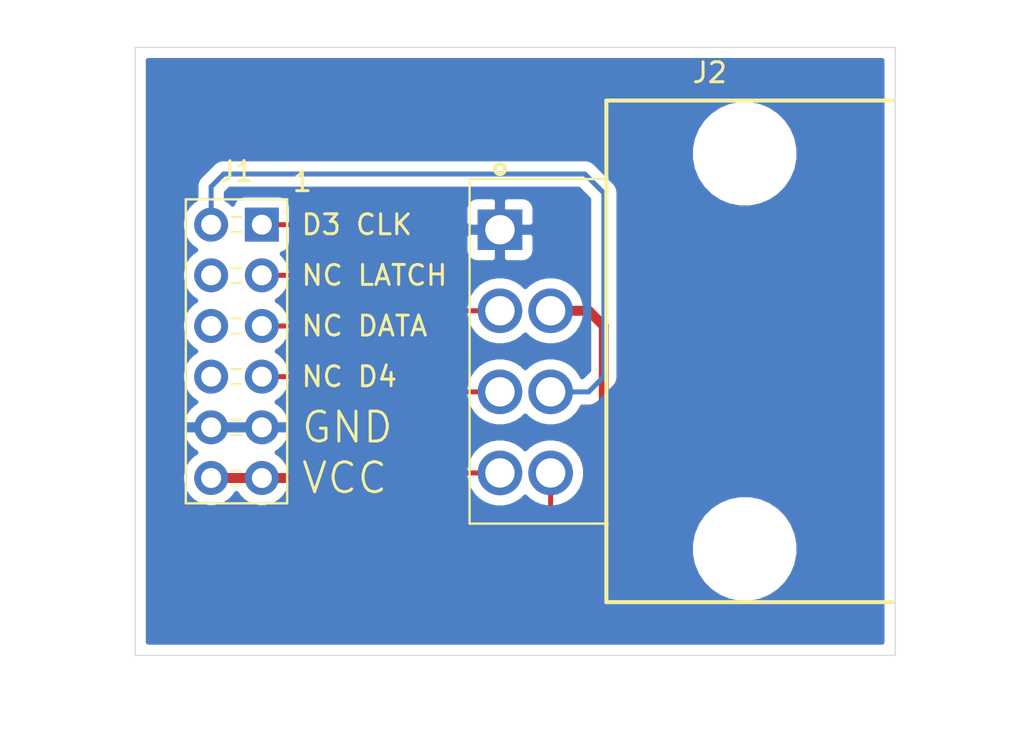
<source format=kicad_pcb>
(kicad_pcb (version 20171130) (host pcbnew "(5.1.10-1-10_14)")

  (general
    (thickness 1.6)
    (drawings 12)
    (tracks 29)
    (zones 0)
    (modules 2)
    (nets 11)
  )

  (page A4)
  (layers
    (0 F.Cu signal)
    (31 B.Cu signal)
    (32 B.Adhes user)
    (33 F.Adhes user)
    (34 B.Paste user)
    (35 F.Paste user)
    (36 B.SilkS user)
    (37 F.SilkS user)
    (38 B.Mask user)
    (39 F.Mask user)
    (40 Dwgs.User user)
    (41 Cmts.User user)
    (42 Eco1.User user)
    (43 Eco2.User user)
    (44 Edge.Cuts user)
    (45 Margin user)
    (46 B.CrtYd user)
    (47 F.CrtYd user)
    (48 B.Fab user)
    (49 F.Fab user)
  )

  (setup
    (last_trace_width 0.25)
    (trace_clearance 0.2)
    (zone_clearance 0.508)
    (zone_45_only no)
    (trace_min 0.2)
    (via_size 0.8)
    (via_drill 0.4)
    (via_min_size 0.4)
    (via_min_drill 0.3)
    (uvia_size 0.3)
    (uvia_drill 0.1)
    (uvias_allowed no)
    (uvia_min_size 0.2)
    (uvia_min_drill 0.1)
    (edge_width 0.05)
    (segment_width 0.2)
    (pcb_text_width 0.3)
    (pcb_text_size 1.5 1.5)
    (mod_edge_width 0.12)
    (mod_text_size 1 1)
    (mod_text_width 0.15)
    (pad_size 1.524 1.524)
    (pad_drill 0.762)
    (pad_to_mask_clearance 0)
    (aux_axis_origin 0 0)
    (visible_elements FFFFFF7F)
    (pcbplotparams
      (layerselection 0x010fc_ffffffff)
      (usegerberextensions false)
      (usegerberattributes true)
      (usegerberadvancedattributes true)
      (creategerberjobfile true)
      (excludeedgelayer true)
      (linewidth 0.100000)
      (plotframeref false)
      (viasonmask false)
      (mode 1)
      (useauxorigin false)
      (hpglpennumber 1)
      (hpglpenspeed 20)
      (hpglpendiameter 15.000000)
      (psnegative false)
      (psa4output false)
      (plotreference true)
      (plotvalue true)
      (plotinvisibletext false)
      (padsonsilk false)
      (subtractmaskfromsilk false)
      (outputformat 1)
      (mirror false)
      (drillshape 1)
      (scaleselection 1)
      (outputdirectory ""))
  )

  (net 0 "")
  (net 1 /CLK)
  (net 2 /LATCH)
  (net 3 /DATA)
  (net 4 /D4)
  (net 5 /GND)
  (net 6 /VCC)
  (net 7 /D3)
  (net 8 "Net-(J1-Pad8)")
  (net 9 "Net-(J1-Pad9)")
  (net 10 "Net-(J1-Pad10)")

  (net_class Default "This is the default net class."
    (clearance 0.2)
    (trace_width 0.25)
    (via_dia 0.8)
    (via_drill 0.4)
    (uvia_dia 0.3)
    (uvia_drill 0.1)
    (add_net /CLK)
    (add_net /D3)
    (add_net /D4)
    (add_net /DATA)
    (add_net /GND)
    (add_net /LATCH)
    (add_net "Net-(J1-Pad10)")
    (add_net "Net-(J1-Pad8)")
    (add_net "Net-(J1-Pad9)")
  )

  (net_class Power ""
    (clearance 0.2)
    (trace_width 0.5)
    (via_dia 0.8)
    (via_drill 0.4)
    (uvia_dia 0.3)
    (uvia_drill 0.1)
    (add_net /VCC)
  )

  (module Connector_NES:NES_Port_Male_Horizontal (layer F.Cu) (tedit 60E36635) (tstamp 60F7AD98)
    (at 125.476 94.615 180)
    (path /60F66336)
    (fp_text reference J2 (at -11.2776 13.97) (layer F.SilkS)
      (effects (font (size 1 1) (thickness 0.15)))
    )
    (fp_text value NES_Port_Male (at -10.4394 16.764) (layer F.Fab)
      (effects (font (size 1 1) (thickness 0.15)))
    )
    (fp_circle (center -0.762 9.144) (end -0.508 9.144) (layer F.SilkS) (width 0.2032))
    (fp_line (start 0.762 8.636) (end -6.1595 8.636) (layer F.SilkS) (width 0.12))
    (fp_line (start 0.762 -8.636) (end 0.762 8.636) (layer F.SilkS) (width 0.12))
    (fp_line (start -6.1595 -8.636) (end 0.762 -8.636) (layer F.SilkS) (width 0.12))
    (fp_line (start -6.096 12.573) (end -20.447 12.573) (layer F.SilkS) (width 0.2032))
    (fp_line (start -6.096 -12.573) (end -6.096 12.573) (layer F.SilkS) (width 0.2032))
    (fp_line (start 0 -8.001) (end 0 8.001) (layer F.Fab) (width 0.12))
    (fp_line (start -6.223 8.001) (end 0 8.001) (layer F.Fab) (width 0.12))
    (fp_line (start -6.223 -8.001) (end 0 -8.001) (layer F.Fab) (width 0.12))
    (fp_line (start -6.2484 12.446) (end -20.4724 12.446) (layer F.Fab) (width 0.1016))
    (fp_line (start -20.447 -12.573) (end -6.096 -12.573) (layer F.SilkS) (width 0.2032))
    (fp_line (start -20.4724 -12.446) (end -20.4724 12.446) (layer F.Fab) (width 0.1016))
    (fp_line (start -6.2484 -12.446) (end -6.2484 12.446) (layer F.Fab) (width 0.1016))
    (fp_line (start -17.4752 -12.446) (end -17.4752 -14.859) (layer F.Fab) (width 0.1016))
    (fp_line (start -17.4752 -14.859) (end -15.2146 -14.859) (layer F.Fab) (width 0.1016))
    (fp_line (start -15.2146 -14.859) (end -15.2146 -12.446) (layer F.Fab) (width 0.1016))
    (fp_line (start -15.2146 14.859) (end -15.2146 12.446) (layer F.Fab) (width 0.1016))
    (fp_line (start -17.4752 12.446) (end -17.4752 14.859) (layer F.Fab) (width 0.1016))
    (fp_line (start -17.4752 14.859) (end -15.2146 14.859) (layer F.Fab) (width 0.1016))
    (fp_line (start -20.4724 -12.446) (end -6.2484 -12.446) (layer F.Fab) (width 0.1016))
    (pad 4 thru_hole circle (at -0.762 -6.096 180) (size 2.2352 2.2352) (drill 1.4732) (layers *.Cu *.Mask)
      (net 3 /DATA))
    (pad 3 thru_hole circle (at -0.762 -2.032 180) (size 2.2352 2.2352) (drill 1.4732) (layers *.Cu *.Mask)
      (net 2 /LATCH))
    (pad 2 thru_hole circle (at -0.762 2.032 180) (size 2.2352 2.2352) (drill 1.4732) (layers *.Cu *.Mask)
      (net 1 /CLK))
    (pad 1 thru_hole rect (at -0.762 6.096 180) (size 2.2352 2.032) (drill 1.4732) (layers *.Cu *.Mask)
      (net 5 /GND))
    (pad 5 thru_hole circle (at -3.302 -6.096 180) (size 2.2352 2.2352) (drill 1.4732) (layers *.Cu *.Mask)
      (net 4 /D4))
    (pad 7 thru_hole circle (at -3.302 2.032 180) (size 2.2352 2.2352) (drill 1.4732) (layers *.Cu *.Mask)
      (net 6 /VCC))
    (pad 6 thru_hole circle (at -3.302 -2.032 180) (size 2.2352 2.2352) (drill 1.4732) (layers *.Cu *.Mask)
      (net 7 /D3))
    (pad "" np_thru_hole circle (at -13.0302 -9.906 180) (size 4.1656 4.1656) (drill 4.1656) (layers *.Cu *.Mask))
    (pad "" np_thru_hole circle (at -13.0302 9.906 180) (size 4.1656 4.1656) (drill 4.1656) (layers *.Cu *.Mask))
  )

  (module Connector_Pmod:PinHeader_2x06_P2.54mm_Pmod_Peripheral (layer F.Cu) (tedit 60F73DD7) (tstamp 60F9BB81)
    (at 114.3 100.965)
    (descr "Through hole angled pin header, 2x06, 2.54mm pitch, 6mm pin length, double rows for Pmod peripheral")
    (tags "Through hole angled pin header THT 2x06 2.54mm double row Pmod")
    (path /60F6C20D)
    (fp_text reference J1 (at -1.27 -15.367) (layer F.SilkS)
      (effects (font (size 1 1) (thickness 0.15)))
    )
    (fp_text value Conn_02x06_Top_Bottom (at -1.27 3.175) (layer F.Fab)
      (effects (font (size 1 1) (thickness 0.15)))
    )
    (fp_line (start -3.81 1.27) (end -3.81 -13.97) (layer F.SilkS) (width 0.12))
    (fp_line (start 1.27 1.27) (end -3.81 1.27) (layer F.SilkS) (width 0.12))
    (fp_line (start -4.675 1.27) (end -6.58 1.27) (layer F.Fab) (width 0.1))
    (fp_line (start -6.58 1.27) (end -6.58 -13.97) (layer F.Fab) (width 0.1))
    (fp_line (start -6.58 -13.97) (end -4.04 -13.97) (layer F.Fab) (width 0.1))
    (fp_line (start -4.04 -13.97) (end -4.04 0.635) (layer F.Fab) (width 0.1))
    (fp_line (start -4.04 0.635) (end -4.675 1.27) (layer F.Fab) (width 0.1))
    (fp_line (start 0.32 0.32) (end -4.04 0.32) (layer F.Fab) (width 0.1))
    (fp_line (start 0.32 0.32) (end 0.32 -0.32) (layer F.Fab) (width 0.1))
    (fp_line (start 0.32 -0.32) (end -4.04 -0.32) (layer F.Fab) (width 0.1))
    (fp_line (start -6.58 0.32) (end -12.58 0.32) (layer F.Fab) (width 0.1))
    (fp_line (start -12.58 0.32) (end -12.58 -0.32) (layer F.Fab) (width 0.1))
    (fp_line (start -6.58 -0.32) (end -12.58 -0.32) (layer F.Fab) (width 0.1))
    (fp_line (start 0.32 -2.22) (end -4.04 -2.22) (layer F.Fab) (width 0.1))
    (fp_line (start 0.32 -2.22) (end 0.32 -2.86) (layer F.Fab) (width 0.1))
    (fp_line (start 0.32 -2.86) (end -4.04 -2.86) (layer F.Fab) (width 0.1))
    (fp_line (start -6.58 -2.22) (end -12.58 -2.22) (layer F.Fab) (width 0.1))
    (fp_line (start -12.58 -2.22) (end -12.58 -2.86) (layer F.Fab) (width 0.1))
    (fp_line (start -6.58 -2.86) (end -12.58 -2.86) (layer F.Fab) (width 0.1))
    (fp_line (start 0.32 -4.76) (end -4.04 -4.76) (layer F.Fab) (width 0.1))
    (fp_line (start 0.32 -4.76) (end 0.32 -5.4) (layer F.Fab) (width 0.1))
    (fp_line (start 0.32 -5.4) (end -4.04 -5.4) (layer F.Fab) (width 0.1))
    (fp_line (start -6.58 -4.76) (end -12.58 -4.76) (layer F.Fab) (width 0.1))
    (fp_line (start -12.58 -4.76) (end -12.58 -5.4) (layer F.Fab) (width 0.1))
    (fp_line (start -6.58 -5.4) (end -12.58 -5.4) (layer F.Fab) (width 0.1))
    (fp_line (start 0.32 -7.3) (end -4.04 -7.3) (layer F.Fab) (width 0.1))
    (fp_line (start 0.32 -7.3) (end 0.32 -7.94) (layer F.Fab) (width 0.1))
    (fp_line (start 0.32 -7.94) (end -4.04 -7.94) (layer F.Fab) (width 0.1))
    (fp_line (start -6.58 -7.3) (end -12.58 -7.3) (layer F.Fab) (width 0.1))
    (fp_line (start -12.58 -7.3) (end -12.58 -7.94) (layer F.Fab) (width 0.1))
    (fp_line (start -6.58 -7.94) (end -12.58 -7.94) (layer F.Fab) (width 0.1))
    (fp_line (start 0.32 -9.84) (end -4.04 -9.84) (layer F.Fab) (width 0.1))
    (fp_line (start 0.32 -9.84) (end 0.32 -10.48) (layer F.Fab) (width 0.1))
    (fp_line (start 0.32 -10.48) (end -4.04 -10.48) (layer F.Fab) (width 0.1))
    (fp_line (start -6.58 -9.84) (end -12.58 -9.84) (layer F.Fab) (width 0.1))
    (fp_line (start -12.58 -9.84) (end -12.58 -10.48) (layer F.Fab) (width 0.1))
    (fp_line (start -6.58 -10.48) (end -12.58 -10.48) (layer F.Fab) (width 0.1))
    (fp_line (start 0.32 -12.38) (end -4.04 -12.38) (layer F.Fab) (width 0.1))
    (fp_line (start 0.32 -12.38) (end 0.32 -13.02) (layer F.Fab) (width 0.1))
    (fp_line (start 0.32 -13.02) (end -4.04 -13.02) (layer F.Fab) (width 0.1))
    (fp_line (start -6.58 -12.38) (end -12.58 -12.38) (layer F.Fab) (width 0.1))
    (fp_line (start -12.58 -12.38) (end -12.58 -13.02) (layer F.Fab) (width 0.1))
    (fp_line (start -6.58 -13.02) (end -12.58 -13.02) (layer F.Fab) (width 0.1))
    (fp_line (start -1.11 0.38) (end -1.497071 0.38) (layer F.SilkS) (width 0.12))
    (fp_line (start -1.11 -0.38) (end -1.497071 -0.38) (layer F.SilkS) (width 0.12))
    (fp_line (start -1.042929 -2.16) (end -1.497071 -2.16) (layer F.SilkS) (width 0.12))
    (fp_line (start -1.042929 -2.92) (end -1.497071 -2.92) (layer F.SilkS) (width 0.12))
    (fp_line (start -1.042929 -4.7) (end -1.497071 -4.7) (layer F.SilkS) (width 0.12))
    (fp_line (start -1.042929 -5.46) (end -1.497071 -5.46) (layer F.SilkS) (width 0.12))
    (fp_line (start -1.042929 -7.24) (end -1.497071 -7.24) (layer F.SilkS) (width 0.12))
    (fp_line (start -1.042929 -8) (end -1.497071 -8) (layer F.SilkS) (width 0.12))
    (fp_line (start -1.042929 -9.78) (end -1.497071 -9.78) (layer F.SilkS) (width 0.12))
    (fp_line (start -1.042929 -10.54) (end -1.497071 -10.54) (layer F.SilkS) (width 0.12))
    (fp_line (start -1.042929 -12.32) (end -1.497071 -12.32) (layer F.SilkS) (width 0.12))
    (fp_line (start -1.042929 -13.08) (end -1.497071 -13.08) (layer F.SilkS) (width 0.12))
    (fp_line (start -3.81 -13.97) (end 1.27 -13.97) (layer F.SilkS) (width 0.12))
    (fp_line (start 1.27 -13.97) (end 1.27 1.27) (layer F.SilkS) (width 0.12))
    (fp_line (start 1.8 1.8) (end 1.8 -14.5) (layer F.CrtYd) (width 0.05))
    (fp_line (start 1.8 -14.5) (end -13.1 -14.5) (layer F.CrtYd) (width 0.05))
    (fp_line (start -13.1 -14.5) (end -13.1 1.8) (layer F.CrtYd) (width 0.05))
    (fp_line (start -13.1 1.8) (end 1.8 1.8) (layer F.CrtYd) (width 0.05))
    (fp_text user %R (at -5.31 -6.35 270) (layer F.Fab)
      (effects (font (size 1 1) (thickness 0.15)))
    )
    (fp_text user 1 (at 2.032 -14.859) (layer F.SilkS)
      (effects (font (size 1 1) (thickness 0.15)))
    )
    (pad 6 thru_hole oval (at 0 0 180) (size 1.7 1.7) (drill 1) (layers *.Cu *.Mask)
      (net 6 /VCC))
    (pad 12 thru_hole oval (at -2.54 0 180) (size 1.7 1.7) (drill 1) (layers *.Cu *.Mask)
      (net 6 /VCC))
    (pad 5 thru_hole oval (at 0 -2.54 180) (size 1.7 1.7) (drill 1) (layers *.Cu *.Mask)
      (net 5 /GND))
    (pad 11 thru_hole oval (at -2.54 -2.54 180) (size 1.7 1.7) (drill 1) (layers *.Cu *.Mask)
      (net 5 /GND))
    (pad 4 thru_hole oval (at 0 -5.08 180) (size 1.7 1.7) (drill 1) (layers *.Cu *.Mask)
      (net 4 /D4))
    (pad 10 thru_hole oval (at -2.54 -5.08 180) (size 1.7 1.7) (drill 1) (layers *.Cu *.Mask)
      (net 10 "Net-(J1-Pad10)"))
    (pad 3 thru_hole oval (at 0 -7.62 180) (size 1.7 1.7) (drill 1) (layers *.Cu *.Mask)
      (net 3 /DATA))
    (pad 9 thru_hole oval (at -2.54 -7.62 180) (size 1.7 1.7) (drill 1) (layers *.Cu *.Mask)
      (net 9 "Net-(J1-Pad9)"))
    (pad 2 thru_hole oval (at 0 -10.16 180) (size 1.7 1.7) (drill 1) (layers *.Cu *.Mask)
      (net 2 /LATCH))
    (pad 8 thru_hole oval (at -2.54 -10.16 180) (size 1.7 1.7) (drill 1) (layers *.Cu *.Mask)
      (net 8 "Net-(J1-Pad8)"))
    (pad 1 thru_hole rect (at 0 -12.7 180) (size 1.7 1.7) (drill 1) (layers *.Cu *.Mask)
      (net 1 /CLK))
    (pad 7 thru_hole oval (at -2.54 -12.7 180) (size 1.7 1.7) (drill 1) (layers *.Cu *.Mask)
      (net 7 /D3))
    (model ${KISYS3DMOD}/Connector_PinHeader_2.54mm.3dshapes/PinHeader_2x06_P2.54mm_Horizontal.wrl
      (at (xyz 0 0 0))
      (scale (xyz 1 1 1))
      (rotate (xyz 0 0 180))
    )
  )

  (gr_text "D3 CLK" (at 116.205 88.265) (layer F.SilkS)
    (effects (font (size 1 1) (thickness 0.15)) (justify left))
  )
  (gr_text "NC LATCH" (at 116.205 90.805) (layer F.SilkS)
    (effects (font (size 1 1) (thickness 0.15)) (justify left))
  )
  (gr_text "NC DATA" (at 116.205 93.345) (layer F.SilkS)
    (effects (font (size 1 1) (thickness 0.15)) (justify left))
  )
  (gr_text "NC D4" (at 116.205 95.885) (layer F.SilkS)
    (effects (font (size 1 1) (thickness 0.15)) (justify left))
  )
  (gr_text VCC (at 116.205 100.965) (layer F.SilkS)
    (effects (font (size 1.5 1.5) (thickness 0.15)) (justify left))
  )
  (gr_text GND (at 116.205 98.425) (layer F.SilkS)
    (effects (font (size 1.5 1.5) (thickness 0.15)) (justify left))
  )
  (dimension 38.1 (width 0.12) (layer Dwgs.User)
    (gr_text "1.5000 in" (at 127 114.935) (layer Dwgs.User)
      (effects (font (size 1 1) (thickness 0.15)))
    )
    (feature1 (pts (xy 146.05 111.125) (xy 146.05 114.251421)))
    (feature2 (pts (xy 107.95 111.125) (xy 107.95 114.251421)))
    (crossbar (pts (xy 107.95 113.665) (xy 146.05 113.665)))
    (arrow1a (pts (xy 146.05 113.665) (xy 144.923496 114.251421)))
    (arrow1b (pts (xy 146.05 113.665) (xy 144.923496 113.078579)))
    (arrow2a (pts (xy 107.95 113.665) (xy 109.076504 114.251421)))
    (arrow2b (pts (xy 107.95 113.665) (xy 109.076504 113.078579)))
  )
  (dimension 30.48 (width 0.12) (layer Dwgs.User)
    (gr_text "1.2000 in" (at 151.13 94.615 270) (layer Dwgs.User)
      (effects (font (size 1 1) (thickness 0.15)))
    )
    (feature1 (pts (xy 147.32 109.855) (xy 150.446421 109.855)))
    (feature2 (pts (xy 147.32 79.375) (xy 150.446421 79.375)))
    (crossbar (pts (xy 149.86 79.375) (xy 149.86 109.855)))
    (arrow1a (pts (xy 149.86 109.855) (xy 149.273579 108.728496)))
    (arrow1b (pts (xy 149.86 109.855) (xy 150.446421 108.728496)))
    (arrow2a (pts (xy 149.86 79.375) (xy 149.273579 80.501504)))
    (arrow2b (pts (xy 149.86 79.375) (xy 150.446421 80.501504)))
  )
  (gr_line (start 146.05 79.375) (end 107.95 79.375) (layer Edge.Cuts) (width 0.05))
  (gr_line (start 146.05 109.855) (end 146.05 79.375) (layer Edge.Cuts) (width 0.05))
  (gr_line (start 107.95 109.855) (end 146.05 109.855) (layer Edge.Cuts) (width 0.05))
  (gr_line (start 107.95 79.375) (end 107.95 109.855) (layer Edge.Cuts) (width 0.05))

  (segment (start 118.90375 88.265) (end 114.3 88.265) (width 0.25) (layer F.Cu) (net 1) (status 20))
  (segment (start 123.22175 92.583) (end 118.90375 88.265) (width 0.25) (layer F.Cu) (net 1))
  (segment (start 126.238 92.583) (end 123.22175 92.583) (width 0.25) (layer F.Cu) (net 1) (status 10))
  (segment (start 117.475 90.805) (end 114.3 90.805) (width 0.25) (layer F.Cu) (net 2))
  (segment (start 123.317 96.647) (end 117.475 90.805) (width 0.25) (layer F.Cu) (net 2))
  (segment (start 126.238 96.647) (end 123.317 96.647) (width 0.25) (layer F.Cu) (net 2))
  (segment (start 126.238 100.711) (end 123.98375 100.711) (width 0.25) (layer F.Cu) (net 3))
  (segment (start 123.98375 100.711) (end 116.61775 93.345) (width 0.25) (layer F.Cu) (net 3))
  (segment (start 116.61775 93.345) (end 114.3 93.345) (width 0.25) (layer F.Cu) (net 3))
  (segment (start 128.778 102.362) (end 128.778 100.711) (width 0.25) (layer F.Cu) (net 4) (status 20))
  (segment (start 123.19 102.87) (end 128.27 102.87) (width 0.25) (layer F.Cu) (net 4))
  (segment (start 128.27 102.87) (end 128.778 102.362) (width 0.25) (layer F.Cu) (net 4))
  (segment (start 116.205 95.885) (end 123.19 102.87) (width 0.25) (layer F.Cu) (net 4))
  (segment (start 114.3 95.885) (end 116.205 95.885) (width 0.25) (layer F.Cu) (net 4) (status 10))
  (segment (start 111.76 100.965) (end 114.3 100.965) (width 0.5) (layer F.Cu) (net 6) (status 30))
  (segment (start 131.445 93.345) (end 130.683 92.583) (width 0.5) (layer F.Cu) (net 6))
  (segment (start 131.445 102.87) (end 131.445 93.345) (width 0.5) (layer F.Cu) (net 6))
  (segment (start 130.683 92.583) (end 128.778 92.583) (width 0.5) (layer F.Cu) (net 6))
  (segment (start 130.175 104.14) (end 131.445 102.87) (width 0.5) (layer F.Cu) (net 6))
  (segment (start 121.92 104.14) (end 130.175 104.14) (width 0.5) (layer F.Cu) (net 6))
  (segment (start 118.745 100.965) (end 121.92 104.14) (width 0.5) (layer F.Cu) (net 6))
  (segment (start 114.3 100.965) (end 118.745 100.965) (width 0.5) (layer F.Cu) (net 6))
  (segment (start 130.683 96.647) (end 128.778 96.647) (width 0.25) (layer B.Cu) (net 7))
  (segment (start 130.4925 85.725) (end 131.445 86.6775) (width 0.25) (layer B.Cu) (net 7))
  (segment (start 131.445 86.6775) (end 131.445 95.885) (width 0.25) (layer B.Cu) (net 7))
  (segment (start 111.76 86.36) (end 112.395 85.725) (width 0.25) (layer B.Cu) (net 7))
  (segment (start 112.395 85.725) (end 130.4925 85.725) (width 0.25) (layer B.Cu) (net 7))
  (segment (start 131.445 95.885) (end 130.683 96.647) (width 0.25) (layer B.Cu) (net 7))
  (segment (start 111.76 88.265) (end 111.76 86.36) (width 0.25) (layer B.Cu) (net 7))

  (zone (net 5) (net_name /GND) (layer B.Cu) (tstamp 60F6DE23) (hatch edge 0.508)
    (connect_pads (clearance 0.508))
    (min_thickness 0.254)
    (fill yes (arc_segments 32) (thermal_gap 0.508) (thermal_bridge_width 0.508))
    (polygon
      (pts
        (xy 146.685 110.49) (xy 107.315 110.49) (xy 107.315 78.74) (xy 146.685 78.74)
      )
    )
    (filled_polygon
      (pts
        (xy 145.39 109.195) (xy 108.61 109.195) (xy 108.61 104.25332) (xy 135.7884 104.25332) (xy 135.7884 104.78868)
        (xy 135.892844 105.313753) (xy 136.097717 105.808361) (xy 136.395147 106.253496) (xy 136.773704 106.632053) (xy 137.218839 106.929483)
        (xy 137.713447 107.134356) (xy 138.23852 107.2388) (xy 138.77388 107.2388) (xy 139.298953 107.134356) (xy 139.793561 106.929483)
        (xy 140.238696 106.632053) (xy 140.617253 106.253496) (xy 140.914683 105.808361) (xy 141.119556 105.313753) (xy 141.224 104.78868)
        (xy 141.224 104.25332) (xy 141.119556 103.728247) (xy 140.914683 103.233639) (xy 140.617253 102.788504) (xy 140.238696 102.409947)
        (xy 139.793561 102.112517) (xy 139.298953 101.907644) (xy 138.77388 101.8032) (xy 138.23852 101.8032) (xy 137.713447 101.907644)
        (xy 137.218839 102.112517) (xy 136.773704 102.409947) (xy 136.395147 102.788504) (xy 136.097717 103.233639) (xy 135.892844 103.728247)
        (xy 135.7884 104.25332) (xy 108.61 104.25332) (xy 108.61 100.81874) (xy 110.275 100.81874) (xy 110.275 101.11126)
        (xy 110.332068 101.398158) (xy 110.44401 101.668411) (xy 110.606525 101.911632) (xy 110.813368 102.118475) (xy 111.056589 102.28099)
        (xy 111.326842 102.392932) (xy 111.61374 102.45) (xy 111.90626 102.45) (xy 112.193158 102.392932) (xy 112.463411 102.28099)
        (xy 112.706632 102.118475) (xy 112.913475 101.911632) (xy 113.03 101.73724) (xy 113.146525 101.911632) (xy 113.353368 102.118475)
        (xy 113.596589 102.28099) (xy 113.866842 102.392932) (xy 114.15374 102.45) (xy 114.44626 102.45) (xy 114.733158 102.392932)
        (xy 115.003411 102.28099) (xy 115.246632 102.118475) (xy 115.453475 101.911632) (xy 115.61599 101.668411) (xy 115.727932 101.398158)
        (xy 115.785 101.11126) (xy 115.785 100.81874) (xy 115.729234 100.538384) (xy 124.4854 100.538384) (xy 124.4854 100.883616)
        (xy 124.552752 101.222215) (xy 124.684866 101.541167) (xy 124.876667 101.828217) (xy 125.120783 102.072333) (xy 125.407833 102.264134)
        (xy 125.726785 102.396248) (xy 126.065384 102.4636) (xy 126.410616 102.4636) (xy 126.749215 102.396248) (xy 127.068167 102.264134)
        (xy 127.355217 102.072333) (xy 127.508 101.91955) (xy 127.660783 102.072333) (xy 127.947833 102.264134) (xy 128.266785 102.396248)
        (xy 128.605384 102.4636) (xy 128.950616 102.4636) (xy 129.289215 102.396248) (xy 129.608167 102.264134) (xy 129.895217 102.072333)
        (xy 130.139333 101.828217) (xy 130.331134 101.541167) (xy 130.463248 101.222215) (xy 130.5306 100.883616) (xy 130.5306 100.538384)
        (xy 130.463248 100.199785) (xy 130.331134 99.880833) (xy 130.139333 99.593783) (xy 129.895217 99.349667) (xy 129.608167 99.157866)
        (xy 129.289215 99.025752) (xy 128.950616 98.9584) (xy 128.605384 98.9584) (xy 128.266785 99.025752) (xy 127.947833 99.157866)
        (xy 127.660783 99.349667) (xy 127.508 99.50245) (xy 127.355217 99.349667) (xy 127.068167 99.157866) (xy 126.749215 99.025752)
        (xy 126.410616 98.9584) (xy 126.065384 98.9584) (xy 125.726785 99.025752) (xy 125.407833 99.157866) (xy 125.120783 99.349667)
        (xy 124.876667 99.593783) (xy 124.684866 99.880833) (xy 124.552752 100.199785) (xy 124.4854 100.538384) (xy 115.729234 100.538384)
        (xy 115.727932 100.531842) (xy 115.61599 100.261589) (xy 115.453475 100.018368) (xy 115.246632 99.811525) (xy 115.064466 99.689805)
        (xy 115.181355 99.620178) (xy 115.397588 99.425269) (xy 115.571641 99.19192) (xy 115.696825 98.929099) (xy 115.741476 98.78189)
        (xy 115.620155 98.552) (xy 114.427 98.552) (xy 114.427 98.572) (xy 114.173 98.572) (xy 114.173 98.552)
        (xy 111.887 98.552) (xy 111.887 98.572) (xy 111.633 98.572) (xy 111.633 98.552) (xy 110.439845 98.552)
        (xy 110.318524 98.78189) (xy 110.363175 98.929099) (xy 110.488359 99.19192) (xy 110.662412 99.425269) (xy 110.878645 99.620178)
        (xy 110.995534 99.689805) (xy 110.813368 99.811525) (xy 110.606525 100.018368) (xy 110.44401 100.261589) (xy 110.332068 100.531842)
        (xy 110.275 100.81874) (xy 108.61 100.81874) (xy 108.61 88.11874) (xy 110.275 88.11874) (xy 110.275 88.41126)
        (xy 110.332068 88.698158) (xy 110.44401 88.968411) (xy 110.606525 89.211632) (xy 110.813368 89.418475) (xy 110.98776 89.535)
        (xy 110.813368 89.651525) (xy 110.606525 89.858368) (xy 110.44401 90.101589) (xy 110.332068 90.371842) (xy 110.275 90.65874)
        (xy 110.275 90.95126) (xy 110.332068 91.238158) (xy 110.44401 91.508411) (xy 110.606525 91.751632) (xy 110.813368 91.958475)
        (xy 110.98776 92.075) (xy 110.813368 92.191525) (xy 110.606525 92.398368) (xy 110.44401 92.641589) (xy 110.332068 92.911842)
        (xy 110.275 93.19874) (xy 110.275 93.49126) (xy 110.332068 93.778158) (xy 110.44401 94.048411) (xy 110.606525 94.291632)
        (xy 110.813368 94.498475) (xy 110.98776 94.615) (xy 110.813368 94.731525) (xy 110.606525 94.938368) (xy 110.44401 95.181589)
        (xy 110.332068 95.451842) (xy 110.275 95.73874) (xy 110.275 96.03126) (xy 110.332068 96.318158) (xy 110.44401 96.588411)
        (xy 110.606525 96.831632) (xy 110.813368 97.038475) (xy 110.995534 97.160195) (xy 110.878645 97.229822) (xy 110.662412 97.424731)
        (xy 110.488359 97.65808) (xy 110.363175 97.920901) (xy 110.318524 98.06811) (xy 110.439845 98.298) (xy 111.633 98.298)
        (xy 111.633 98.278) (xy 111.887 98.278) (xy 111.887 98.298) (xy 114.173 98.298) (xy 114.173 98.278)
        (xy 114.427 98.278) (xy 114.427 98.298) (xy 115.620155 98.298) (xy 115.741476 98.06811) (xy 115.696825 97.920901)
        (xy 115.571641 97.65808) (xy 115.397588 97.424731) (xy 115.181355 97.229822) (xy 115.064466 97.160195) (xy 115.246632 97.038475)
        (xy 115.453475 96.831632) (xy 115.61599 96.588411) (xy 115.727932 96.318158) (xy 115.785 96.03126) (xy 115.785 95.73874)
        (xy 115.727932 95.451842) (xy 115.61599 95.181589) (xy 115.453475 94.938368) (xy 115.246632 94.731525) (xy 115.07224 94.615)
        (xy 115.246632 94.498475) (xy 115.453475 94.291632) (xy 115.61599 94.048411) (xy 115.727932 93.778158) (xy 115.785 93.49126)
        (xy 115.785 93.19874) (xy 115.727932 92.911842) (xy 115.61599 92.641589) (xy 115.461504 92.410384) (xy 124.4854 92.410384)
        (xy 124.4854 92.755616) (xy 124.552752 93.094215) (xy 124.684866 93.413167) (xy 124.876667 93.700217) (xy 125.120783 93.944333)
        (xy 125.407833 94.136134) (xy 125.726785 94.268248) (xy 126.065384 94.3356) (xy 126.410616 94.3356) (xy 126.749215 94.268248)
        (xy 127.068167 94.136134) (xy 127.355217 93.944333) (xy 127.508 93.79155) (xy 127.660783 93.944333) (xy 127.947833 94.136134)
        (xy 128.266785 94.268248) (xy 128.605384 94.3356) (xy 128.950616 94.3356) (xy 129.289215 94.268248) (xy 129.608167 94.136134)
        (xy 129.895217 93.944333) (xy 130.139333 93.700217) (xy 130.331134 93.413167) (xy 130.463248 93.094215) (xy 130.5306 92.755616)
        (xy 130.5306 92.410384) (xy 130.463248 92.071785) (xy 130.331134 91.752833) (xy 130.139333 91.465783) (xy 129.895217 91.221667)
        (xy 129.608167 91.029866) (xy 129.289215 90.897752) (xy 128.950616 90.8304) (xy 128.605384 90.8304) (xy 128.266785 90.897752)
        (xy 127.947833 91.029866) (xy 127.660783 91.221667) (xy 127.508 91.37445) (xy 127.355217 91.221667) (xy 127.068167 91.029866)
        (xy 126.749215 90.897752) (xy 126.410616 90.8304) (xy 126.065384 90.8304) (xy 125.726785 90.897752) (xy 125.407833 91.029866)
        (xy 125.120783 91.221667) (xy 124.876667 91.465783) (xy 124.684866 91.752833) (xy 124.552752 92.071785) (xy 124.4854 92.410384)
        (xy 115.461504 92.410384) (xy 115.453475 92.398368) (xy 115.246632 92.191525) (xy 115.07224 92.075) (xy 115.246632 91.958475)
        (xy 115.453475 91.751632) (xy 115.61599 91.508411) (xy 115.727932 91.238158) (xy 115.785 90.95126) (xy 115.785 90.65874)
        (xy 115.727932 90.371842) (xy 115.61599 90.101589) (xy 115.453475 89.858368) (xy 115.32162 89.726513) (xy 115.39418 89.704502)
        (xy 115.504494 89.645537) (xy 115.601185 89.566185) (xy 115.626777 89.535) (xy 124.482328 89.535) (xy 124.494588 89.659482)
        (xy 124.530898 89.77918) (xy 124.589863 89.889494) (xy 124.669215 89.986185) (xy 124.765906 90.065537) (xy 124.87622 90.124502)
        (xy 124.995918 90.160812) (xy 125.1204 90.173072) (xy 125.95225 90.17) (xy 126.111 90.01125) (xy 126.111 88.646)
        (xy 126.365 88.646) (xy 126.365 90.01125) (xy 126.52375 90.17) (xy 127.3556 90.173072) (xy 127.480082 90.160812)
        (xy 127.59978 90.124502) (xy 127.710094 90.065537) (xy 127.806785 89.986185) (xy 127.886137 89.889494) (xy 127.945102 89.77918)
        (xy 127.981412 89.659482) (xy 127.993672 89.535) (xy 127.9906 88.80475) (xy 127.83185 88.646) (xy 126.365 88.646)
        (xy 126.111 88.646) (xy 124.64415 88.646) (xy 124.4854 88.80475) (xy 124.482328 89.535) (xy 115.626777 89.535)
        (xy 115.680537 89.469494) (xy 115.739502 89.35918) (xy 115.775812 89.239482) (xy 115.788072 89.115) (xy 115.788072 87.503)
        (xy 124.482328 87.503) (xy 124.4854 88.23325) (xy 124.64415 88.392) (xy 126.111 88.392) (xy 126.111 87.02675)
        (xy 126.365 87.02675) (xy 126.365 88.392) (xy 127.83185 88.392) (xy 127.9906 88.23325) (xy 127.993672 87.503)
        (xy 127.981412 87.378518) (xy 127.945102 87.25882) (xy 127.886137 87.148506) (xy 127.806785 87.051815) (xy 127.710094 86.972463)
        (xy 127.59978 86.913498) (xy 127.480082 86.877188) (xy 127.3556 86.864928) (xy 126.52375 86.868) (xy 126.365 87.02675)
        (xy 126.111 87.02675) (xy 125.95225 86.868) (xy 125.1204 86.864928) (xy 124.995918 86.877188) (xy 124.87622 86.913498)
        (xy 124.765906 86.972463) (xy 124.669215 87.051815) (xy 124.589863 87.148506) (xy 124.530898 87.25882) (xy 124.494588 87.378518)
        (xy 124.482328 87.503) (xy 115.788072 87.503) (xy 115.788072 87.415) (xy 115.775812 87.290518) (xy 115.739502 87.17082)
        (xy 115.680537 87.060506) (xy 115.601185 86.963815) (xy 115.504494 86.884463) (xy 115.39418 86.825498) (xy 115.274482 86.789188)
        (xy 115.15 86.776928) (xy 113.45 86.776928) (xy 113.325518 86.789188) (xy 113.20582 86.825498) (xy 113.095506 86.884463)
        (xy 112.998815 86.963815) (xy 112.919463 87.060506) (xy 112.860498 87.17082) (xy 112.838487 87.24338) (xy 112.706632 87.111525)
        (xy 112.52 86.986822) (xy 112.52 86.674801) (xy 112.709802 86.485) (xy 130.177699 86.485) (xy 130.685 86.992303)
        (xy 130.685001 95.570197) (xy 130.368199 95.887) (xy 130.360198 95.887) (xy 130.331134 95.816833) (xy 130.139333 95.529783)
        (xy 129.895217 95.285667) (xy 129.608167 95.093866) (xy 129.289215 94.961752) (xy 128.950616 94.8944) (xy 128.605384 94.8944)
        (xy 128.266785 94.961752) (xy 127.947833 95.093866) (xy 127.660783 95.285667) (xy 127.508 95.43845) (xy 127.355217 95.285667)
        (xy 127.068167 95.093866) (xy 126.749215 94.961752) (xy 126.410616 94.8944) (xy 126.065384 94.8944) (xy 125.726785 94.961752)
        (xy 125.407833 95.093866) (xy 125.120783 95.285667) (xy 124.876667 95.529783) (xy 124.684866 95.816833) (xy 124.552752 96.135785)
        (xy 124.4854 96.474384) (xy 124.4854 96.819616) (xy 124.552752 97.158215) (xy 124.684866 97.477167) (xy 124.876667 97.764217)
        (xy 125.120783 98.008333) (xy 125.407833 98.200134) (xy 125.726785 98.332248) (xy 126.065384 98.3996) (xy 126.410616 98.3996)
        (xy 126.749215 98.332248) (xy 127.068167 98.200134) (xy 127.355217 98.008333) (xy 127.508 97.85555) (xy 127.660783 98.008333)
        (xy 127.947833 98.200134) (xy 128.266785 98.332248) (xy 128.605384 98.3996) (xy 128.950616 98.3996) (xy 129.289215 98.332248)
        (xy 129.608167 98.200134) (xy 129.895217 98.008333) (xy 130.139333 97.764217) (xy 130.331134 97.477167) (xy 130.360198 97.407)
        (xy 130.645678 97.407) (xy 130.683 97.410676) (xy 130.720322 97.407) (xy 130.720333 97.407) (xy 130.831986 97.396003)
        (xy 130.975247 97.352546) (xy 131.107276 97.281974) (xy 131.223001 97.187001) (xy 131.246803 97.157998) (xy 131.956002 96.448799)
        (xy 131.985001 96.425001) (xy 132.079974 96.309276) (xy 132.150546 96.177247) (xy 132.194003 96.033986) (xy 132.205 95.922333)
        (xy 132.205 95.922325) (xy 132.208676 95.885) (xy 132.205 95.847675) (xy 132.205 86.714822) (xy 132.208676 86.677499)
        (xy 132.205 86.640176) (xy 132.205 86.640167) (xy 132.194003 86.528514) (xy 132.150546 86.385253) (xy 132.079974 86.253224)
        (xy 132.045333 86.211014) (xy 132.008799 86.166496) (xy 132.008795 86.166492) (xy 131.985001 86.137499) (xy 131.956009 86.113706)
        (xy 131.056303 85.214002) (xy 131.032501 85.184999) (xy 130.916776 85.090026) (xy 130.784747 85.019454) (xy 130.641486 84.975997)
        (xy 130.529833 84.965) (xy 130.529822 84.965) (xy 130.4925 84.961324) (xy 130.455178 84.965) (xy 112.432333 84.965)
        (xy 112.395 84.961323) (xy 112.357667 84.965) (xy 112.246014 84.975997) (xy 112.102753 85.019454) (xy 111.970724 85.090026)
        (xy 111.854999 85.184999) (xy 111.8312 85.213998) (xy 111.248998 85.796201) (xy 111.22 85.819999) (xy 111.196202 85.848997)
        (xy 111.196201 85.848998) (xy 111.125026 85.935724) (xy 111.054454 86.067754) (xy 111.010998 86.211015) (xy 110.996324 86.36)
        (xy 111.000001 86.397332) (xy 111.000001 86.986821) (xy 110.813368 87.111525) (xy 110.606525 87.318368) (xy 110.44401 87.561589)
        (xy 110.332068 87.831842) (xy 110.275 88.11874) (xy 108.61 88.11874) (xy 108.61 84.44132) (xy 135.7884 84.44132)
        (xy 135.7884 84.97668) (xy 135.892844 85.501753) (xy 136.097717 85.996361) (xy 136.395147 86.441496) (xy 136.773704 86.820053)
        (xy 137.218839 87.117483) (xy 137.713447 87.322356) (xy 138.23852 87.4268) (xy 138.77388 87.4268) (xy 139.298953 87.322356)
        (xy 139.793561 87.117483) (xy 140.238696 86.820053) (xy 140.617253 86.441496) (xy 140.914683 85.996361) (xy 141.119556 85.501753)
        (xy 141.224 84.97668) (xy 141.224 84.44132) (xy 141.119556 83.916247) (xy 140.914683 83.421639) (xy 140.617253 82.976504)
        (xy 140.238696 82.597947) (xy 139.793561 82.300517) (xy 139.298953 82.095644) (xy 138.77388 81.9912) (xy 138.23852 81.9912)
        (xy 137.713447 82.095644) (xy 137.218839 82.300517) (xy 136.773704 82.597947) (xy 136.395147 82.976504) (xy 136.097717 83.421639)
        (xy 135.892844 83.916247) (xy 135.7884 84.44132) (xy 108.61 84.44132) (xy 108.61 80.035) (xy 145.390001 80.035)
      )
    )
  )
)

</source>
